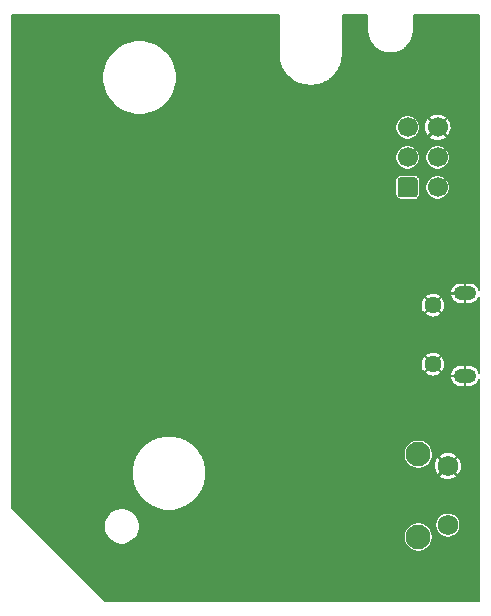
<source format=gbl>
G04 #@! TF.GenerationSoftware,KiCad,Pcbnew,(5.1.9)-1*
G04 #@! TF.CreationDate,2021-05-17T03:23:03-07:00*
G04 #@! TF.ProjectId,wired-sculpt,77697265-642d-4736-9375-6c70742e6b69,rev?*
G04 #@! TF.SameCoordinates,Original*
G04 #@! TF.FileFunction,Copper,L2,Bot*
G04 #@! TF.FilePolarity,Positive*
%FSLAX46Y46*%
G04 Gerber Fmt 4.6, Leading zero omitted, Abs format (unit mm)*
G04 Created by KiCad (PCBNEW (5.1.9)-1) date 2021-05-17 03:23:03*
%MOMM*%
%LPD*%
G01*
G04 APERTURE LIST*
G04 #@! TA.AperFunction,ComponentPad*
%ADD10C,2.100000*%
G04 #@! TD*
G04 #@! TA.AperFunction,ComponentPad*
%ADD11C,1.750000*%
G04 #@! TD*
G04 #@! TA.AperFunction,ComponentPad*
%ADD12C,1.700000*%
G04 #@! TD*
G04 #@! TA.AperFunction,ComponentPad*
%ADD13C,1.450000*%
G04 #@! TD*
G04 #@! TA.AperFunction,ComponentPad*
%ADD14O,1.900000X1.200000*%
G04 #@! TD*
G04 #@! TA.AperFunction,ViaPad*
%ADD15C,0.600000*%
G04 #@! TD*
G04 #@! TA.AperFunction,Conductor*
%ADD16C,0.127000*%
G04 #@! TD*
G04 #@! TA.AperFunction,Conductor*
%ADD17C,0.100000*%
G04 #@! TD*
G04 APERTURE END LIST*
D10*
G04 #@! TO.P,SW1,*
G04 #@! TO.N,*
X154600000Y-67400000D03*
D11*
G04 #@! TO.P,SW1,1*
G04 #@! TO.N,GND*
X157100000Y-68400000D03*
G04 #@! TO.P,SW1,2*
G04 #@! TO.N,RST*
X157100000Y-73400000D03*
D10*
G04 #@! TO.P,SW1,*
G04 #@! TO.N,*
X154600000Y-74400000D03*
G04 #@! TD*
D12*
G04 #@! TO.P,J2,6*
G04 #@! TO.N,GND*
X156240000Y-39720000D03*
G04 #@! TO.P,J2,4*
G04 #@! TO.N,MOSI*
X156240000Y-42260000D03*
G04 #@! TO.P,J2,2*
G04 #@! TO.N,VBUS*
X156240000Y-44800000D03*
G04 #@! TO.P,J2,5*
G04 #@! TO.N,RST*
X153700000Y-39720000D03*
G04 #@! TO.P,J2,3*
G04 #@! TO.N,SCK*
X153700000Y-42260000D03*
G04 #@! TO.P,J2,1*
G04 #@! TO.N,MISO*
G04 #@! TA.AperFunction,ComponentPad*
G36*
G01*
X152850000Y-45400000D02*
X152850000Y-44200000D01*
G75*
G02*
X153100000Y-43950000I250000J0D01*
G01*
X154300000Y-43950000D01*
G75*
G02*
X154550000Y-44200000I0J-250000D01*
G01*
X154550000Y-45400000D01*
G75*
G02*
X154300000Y-45650000I-250000J0D01*
G01*
X153100000Y-45650000D01*
G75*
G02*
X152850000Y-45400000I0J250000D01*
G01*
G37*
G04 #@! TD.AperFunction*
G04 #@! TD*
D13*
G04 #@! TO.P,J1,6*
G04 #@! TO.N,GND*
X155837500Y-59775000D03*
X155837500Y-54775000D03*
D14*
X158537500Y-60775000D03*
X158537500Y-53775000D03*
G04 #@! TD*
D15*
G04 #@! TO.N,GND*
X126700000Y-39000000D03*
X146200000Y-66500000D03*
X149800000Y-53300000D03*
X149800000Y-61900000D03*
X152900000Y-62800000D03*
X130200000Y-56400000D03*
X138600000Y-43700000D03*
X143700000Y-42200000D03*
X150000000Y-46850000D03*
X152900000Y-55600000D03*
X146050000Y-42450000D03*
X146750000Y-56400000D03*
X142200000Y-47850006D03*
X137400000Y-60950000D03*
X145400000Y-60950000D03*
X136600000Y-66350000D03*
G04 #@! TD*
D16*
G04 #@! TO.N,GND*
X142784501Y-33510579D02*
X142784574Y-33511316D01*
X142784749Y-33536412D01*
X142785772Y-33546144D01*
X142785772Y-33555934D01*
X142786087Y-33558926D01*
X142840474Y-34043801D01*
X142844539Y-34062925D01*
X142848329Y-34082065D01*
X142849218Y-34084940D01*
X142996749Y-34550016D01*
X143004448Y-34567978D01*
X143011887Y-34586026D01*
X143013318Y-34588673D01*
X143248372Y-35016235D01*
X143259421Y-35032373D01*
X143270216Y-35048620D01*
X143272128Y-35050932D01*
X143272133Y-35050939D01*
X143272139Y-35050944D01*
X143585760Y-35424703D01*
X143599724Y-35438378D01*
X143613477Y-35452227D01*
X143615803Y-35454124D01*
X143615809Y-35454130D01*
X143615816Y-35454134D01*
X143996059Y-35759858D01*
X144012386Y-35770542D01*
X144028595Y-35781475D01*
X144031252Y-35782888D01*
X144463644Y-36008937D01*
X144481734Y-36016246D01*
X144499759Y-36023823D01*
X144502630Y-36024689D01*
X144502640Y-36024693D01*
X144502650Y-36024695D01*
X144970702Y-36162450D01*
X144989881Y-36166109D01*
X145009021Y-36170037D01*
X145012016Y-36170331D01*
X145497922Y-36214552D01*
X145517453Y-36214416D01*
X145536984Y-36214552D01*
X145539968Y-36214259D01*
X145539979Y-36214259D01*
X145539989Y-36214257D01*
X146025221Y-36163257D01*
X146044375Y-36159326D01*
X146063539Y-36155670D01*
X146066418Y-36154802D01*
X146066424Y-36154800D01*
X146532514Y-36010521D01*
X146550527Y-36002949D01*
X146568629Y-35995635D01*
X146571286Y-35994222D01*
X147000479Y-35762158D01*
X147016661Y-35751243D01*
X147033015Y-35740542D01*
X147035347Y-35738640D01*
X147411292Y-35427631D01*
X147425042Y-35413785D01*
X147439010Y-35400107D01*
X147440928Y-35397788D01*
X147749304Y-35019681D01*
X147760109Y-35003418D01*
X147771147Y-34987297D01*
X147772577Y-34984653D01*
X147772581Y-34984645D01*
X148001640Y-34553847D01*
X148009079Y-34535799D01*
X148016778Y-34517837D01*
X148017664Y-34514972D01*
X148017668Y-34514962D01*
X148017670Y-34514952D01*
X148158690Y-34047873D01*
X148162482Y-34028725D01*
X148166545Y-34009608D01*
X148166860Y-34006615D01*
X148214472Y-33521029D01*
X148214472Y-33521016D01*
X148215500Y-33510579D01*
X148215500Y-30215500D01*
X150284501Y-30215500D01*
X150284500Y-31510578D01*
X150284574Y-31511326D01*
X150284676Y-31525943D01*
X150285699Y-31535675D01*
X150285699Y-31545463D01*
X150286014Y-31548456D01*
X150324085Y-31887866D01*
X150328148Y-31906983D01*
X150331940Y-31926131D01*
X150332829Y-31929005D01*
X150436100Y-32254558D01*
X150443793Y-32272507D01*
X150451238Y-32290569D01*
X150452669Y-32293216D01*
X150617207Y-32592510D01*
X150628250Y-32608639D01*
X150639050Y-32624894D01*
X150640968Y-32627213D01*
X150860506Y-32888848D01*
X150874490Y-32902542D01*
X150888224Y-32916372D01*
X150890550Y-32918269D01*
X150890556Y-32918275D01*
X150890563Y-32918279D01*
X151156730Y-33132285D01*
X151173091Y-33142991D01*
X151189267Y-33153902D01*
X151191919Y-33155312D01*
X151191923Y-33155315D01*
X151191927Y-33155317D01*
X151494598Y-33313549D01*
X151512750Y-33320883D01*
X151530713Y-33328434D01*
X151533584Y-33329301D01*
X151533594Y-33329305D01*
X151533604Y-33329307D01*
X151861239Y-33425735D01*
X151880373Y-33429385D01*
X151899557Y-33433323D01*
X151902552Y-33433616D01*
X152242686Y-33464570D01*
X152262217Y-33464434D01*
X152281748Y-33464570D01*
X152284742Y-33464277D01*
X152284746Y-33464277D01*
X152624412Y-33428577D01*
X152643596Y-33424639D01*
X152662730Y-33420989D01*
X152665611Y-33420120D01*
X152991877Y-33319124D01*
X153009890Y-33311552D01*
X153027992Y-33304238D01*
X153030649Y-33302825D01*
X153331085Y-33140380D01*
X153347279Y-33129458D01*
X153363621Y-33118763D01*
X153365953Y-33116862D01*
X153629114Y-32899156D01*
X153642867Y-32885306D01*
X153656832Y-32871631D01*
X153658750Y-32869312D01*
X153874613Y-32604637D01*
X153885428Y-32588359D01*
X153896456Y-32572253D01*
X153897883Y-32569614D01*
X153897888Y-32569606D01*
X153897891Y-32569598D01*
X154058231Y-32268045D01*
X154065669Y-32249999D01*
X154073369Y-32232034D01*
X154074258Y-32229159D01*
X154172974Y-31902196D01*
X154176767Y-31883041D01*
X154180829Y-31863931D01*
X154181144Y-31860939D01*
X154214472Y-31521029D01*
X154214472Y-31521016D01*
X154215500Y-31510579D01*
X154215500Y-30215500D01*
X159759500Y-30215500D01*
X159759500Y-53503339D01*
X159739560Y-53434511D01*
X159656762Y-53274825D01*
X159544402Y-53134360D01*
X159406797Y-53018515D01*
X159249236Y-52931741D01*
X159077774Y-52877373D01*
X158899000Y-52857500D01*
X158549000Y-52857500D01*
X158549000Y-53763500D01*
X158569000Y-53763500D01*
X158569000Y-53786500D01*
X158549000Y-53786500D01*
X158549000Y-54692500D01*
X158899000Y-54692500D01*
X159077774Y-54672627D01*
X159249236Y-54618259D01*
X159406797Y-54531485D01*
X159544402Y-54415640D01*
X159656762Y-54275175D01*
X159739560Y-54115489D01*
X159759500Y-54046661D01*
X159759501Y-60503340D01*
X159739560Y-60434511D01*
X159656762Y-60274825D01*
X159544402Y-60134360D01*
X159406797Y-60018515D01*
X159249236Y-59931741D01*
X159077774Y-59877373D01*
X158899000Y-59857500D01*
X158549000Y-59857500D01*
X158549000Y-60763500D01*
X158569000Y-60763500D01*
X158569000Y-60786500D01*
X158549000Y-60786500D01*
X158549000Y-61692500D01*
X158899000Y-61692500D01*
X159077774Y-61672627D01*
X159249236Y-61618259D01*
X159406797Y-61531485D01*
X159544402Y-61415640D01*
X159656762Y-61275175D01*
X159739560Y-61115489D01*
X159759501Y-61046660D01*
X159759501Y-79784500D01*
X128089263Y-79784500D01*
X121653037Y-73348274D01*
X127959500Y-73348274D01*
X127959500Y-73651726D01*
X128018700Y-73949347D01*
X128134826Y-74229700D01*
X128303415Y-74482012D01*
X128517988Y-74696585D01*
X128770300Y-74865174D01*
X129050653Y-74981300D01*
X129348274Y-75040500D01*
X129651726Y-75040500D01*
X129949347Y-74981300D01*
X130229700Y-74865174D01*
X130482012Y-74696585D01*
X130696585Y-74482012D01*
X130833020Y-74277821D01*
X153359500Y-74277821D01*
X153359500Y-74522179D01*
X153407172Y-74761840D01*
X153500683Y-74987597D01*
X153636441Y-75190772D01*
X153809228Y-75363559D01*
X154012403Y-75499317D01*
X154238160Y-75592828D01*
X154477821Y-75640500D01*
X154722179Y-75640500D01*
X154961840Y-75592828D01*
X155187597Y-75499317D01*
X155390772Y-75363559D01*
X155563559Y-75190772D01*
X155699317Y-74987597D01*
X155792828Y-74761840D01*
X155840500Y-74522179D01*
X155840500Y-74277821D01*
X155792828Y-74038160D01*
X155699317Y-73812403D01*
X155563559Y-73609228D01*
X155390772Y-73436441D01*
X155187597Y-73300683D01*
X155174015Y-73295057D01*
X156034500Y-73295057D01*
X156034500Y-73504943D01*
X156075447Y-73710795D01*
X156155767Y-73904703D01*
X156272372Y-74079216D01*
X156420784Y-74227628D01*
X156595297Y-74344233D01*
X156789205Y-74424553D01*
X156995057Y-74465500D01*
X157204943Y-74465500D01*
X157410795Y-74424553D01*
X157604703Y-74344233D01*
X157779216Y-74227628D01*
X157927628Y-74079216D01*
X158044233Y-73904703D01*
X158124553Y-73710795D01*
X158165500Y-73504943D01*
X158165500Y-73295057D01*
X158124553Y-73089205D01*
X158044233Y-72895297D01*
X157927628Y-72720784D01*
X157779216Y-72572372D01*
X157604703Y-72455767D01*
X157410795Y-72375447D01*
X157204943Y-72334500D01*
X156995057Y-72334500D01*
X156789205Y-72375447D01*
X156595297Y-72455767D01*
X156420784Y-72572372D01*
X156272372Y-72720784D01*
X156155767Y-72895297D01*
X156075447Y-73089205D01*
X156034500Y-73295057D01*
X155174015Y-73295057D01*
X154961840Y-73207172D01*
X154722179Y-73159500D01*
X154477821Y-73159500D01*
X154238160Y-73207172D01*
X154012403Y-73300683D01*
X153809228Y-73436441D01*
X153636441Y-73609228D01*
X153500683Y-73812403D01*
X153407172Y-74038160D01*
X153359500Y-74277821D01*
X130833020Y-74277821D01*
X130865174Y-74229700D01*
X130981300Y-73949347D01*
X131040500Y-73651726D01*
X131040500Y-73348274D01*
X130981300Y-73050653D01*
X130865174Y-72770300D01*
X130696585Y-72517988D01*
X130482012Y-72303415D01*
X130229700Y-72134826D01*
X129949347Y-72018700D01*
X129651726Y-71959500D01*
X129348274Y-71959500D01*
X129050653Y-72018700D01*
X128770300Y-72134826D01*
X128517988Y-72303415D01*
X128303415Y-72517988D01*
X128134826Y-72770300D01*
X128018700Y-73050653D01*
X127959500Y-73348274D01*
X121653037Y-73348274D01*
X120240500Y-71935738D01*
X120240500Y-68688422D01*
X130336500Y-68688422D01*
X130336500Y-69311578D01*
X130458071Y-69922759D01*
X130696543Y-70498479D01*
X131042749Y-71016614D01*
X131483386Y-71457251D01*
X132001521Y-71803457D01*
X132577241Y-72041929D01*
X133188422Y-72163500D01*
X133811578Y-72163500D01*
X134422759Y-72041929D01*
X134998479Y-71803457D01*
X135516614Y-71457251D01*
X135957251Y-71016614D01*
X136303457Y-70498479D01*
X136541929Y-69922759D01*
X136663500Y-69311578D01*
X136663500Y-69199268D01*
X156316995Y-69199268D01*
X156405011Y-69376136D01*
X156608799Y-69492966D01*
X156831464Y-69567793D01*
X157064449Y-69597743D01*
X157298800Y-69581665D01*
X157525512Y-69520175D01*
X157735871Y-69415639D01*
X157794989Y-69376136D01*
X157883005Y-69199268D01*
X157100000Y-68416263D01*
X156316995Y-69199268D01*
X136663500Y-69199268D01*
X136663500Y-68688422D01*
X136541929Y-68077241D01*
X136303457Y-67501521D01*
X136153986Y-67277821D01*
X153359500Y-67277821D01*
X153359500Y-67522179D01*
X153407172Y-67761840D01*
X153500683Y-67987597D01*
X153636441Y-68190772D01*
X153809228Y-68363559D01*
X154012403Y-68499317D01*
X154238160Y-68592828D01*
X154477821Y-68640500D01*
X154722179Y-68640500D01*
X154961840Y-68592828D01*
X155187597Y-68499317D01*
X155389440Y-68364449D01*
X155902257Y-68364449D01*
X155918335Y-68598800D01*
X155979825Y-68825512D01*
X156084361Y-69035871D01*
X156123864Y-69094989D01*
X156300732Y-69183005D01*
X157083737Y-68400000D01*
X157116263Y-68400000D01*
X157899268Y-69183005D01*
X158076136Y-69094989D01*
X158192966Y-68891201D01*
X158267793Y-68668536D01*
X158297743Y-68435551D01*
X158281665Y-68201200D01*
X158220175Y-67974488D01*
X158115639Y-67764129D01*
X158076136Y-67705011D01*
X157899268Y-67616995D01*
X157116263Y-68400000D01*
X157083737Y-68400000D01*
X156300732Y-67616995D01*
X156123864Y-67705011D01*
X156007034Y-67908799D01*
X155932207Y-68131464D01*
X155902257Y-68364449D01*
X155389440Y-68364449D01*
X155390772Y-68363559D01*
X155563559Y-68190772D01*
X155699317Y-67987597D01*
X155792828Y-67761840D01*
X155824874Y-67600732D01*
X156316995Y-67600732D01*
X157100000Y-68383737D01*
X157883005Y-67600732D01*
X157794989Y-67423864D01*
X157591201Y-67307034D01*
X157368536Y-67232207D01*
X157135551Y-67202257D01*
X156901200Y-67218335D01*
X156674488Y-67279825D01*
X156464129Y-67384361D01*
X156405011Y-67423864D01*
X156316995Y-67600732D01*
X155824874Y-67600732D01*
X155840500Y-67522179D01*
X155840500Y-67277821D01*
X155792828Y-67038160D01*
X155699317Y-66812403D01*
X155563559Y-66609228D01*
X155390772Y-66436441D01*
X155187597Y-66300683D01*
X154961840Y-66207172D01*
X154722179Y-66159500D01*
X154477821Y-66159500D01*
X154238160Y-66207172D01*
X154012403Y-66300683D01*
X153809228Y-66436441D01*
X153636441Y-66609228D01*
X153500683Y-66812403D01*
X153407172Y-67038160D01*
X153359500Y-67277821D01*
X136153986Y-67277821D01*
X135957251Y-66983386D01*
X135516614Y-66542749D01*
X134998479Y-66196543D01*
X134422759Y-65958071D01*
X133811578Y-65836500D01*
X133188422Y-65836500D01*
X132577241Y-65958071D01*
X132001521Y-66196543D01*
X131483386Y-66542749D01*
X131042749Y-66983386D01*
X130696543Y-67501521D01*
X130458071Y-68077241D01*
X130336500Y-68688422D01*
X120240500Y-68688422D01*
X120240500Y-60929876D01*
X157283166Y-60929876D01*
X157285386Y-60942718D01*
X157335440Y-61115489D01*
X157418238Y-61275175D01*
X157530598Y-61415640D01*
X157668203Y-61531485D01*
X157825764Y-61618259D01*
X157997226Y-61672627D01*
X158176000Y-61692500D01*
X158526000Y-61692500D01*
X158526000Y-60786500D01*
X157349454Y-60786500D01*
X157283166Y-60929876D01*
X120240500Y-60929876D01*
X120240500Y-60467683D01*
X155161081Y-60467683D01*
X155231110Y-60629190D01*
X155409406Y-60731078D01*
X155604153Y-60796223D01*
X155807868Y-60822125D01*
X156012722Y-60807785D01*
X156210842Y-60753757D01*
X156394614Y-60662115D01*
X156443890Y-60629190D01*
X156447820Y-60620124D01*
X157283166Y-60620124D01*
X157349454Y-60763500D01*
X158526000Y-60763500D01*
X158526000Y-59857500D01*
X158176000Y-59857500D01*
X157997226Y-59877373D01*
X157825764Y-59931741D01*
X157668203Y-60018515D01*
X157530598Y-60134360D01*
X157418238Y-60274825D01*
X157335440Y-60434511D01*
X157285386Y-60607282D01*
X157283166Y-60620124D01*
X156447820Y-60620124D01*
X156513919Y-60467683D01*
X155837500Y-59791263D01*
X155161081Y-60467683D01*
X120240500Y-60467683D01*
X120240500Y-59745368D01*
X154790375Y-59745368D01*
X154804715Y-59950222D01*
X154858743Y-60148342D01*
X154950385Y-60332114D01*
X154983310Y-60381390D01*
X155144817Y-60451419D01*
X155821237Y-59775000D01*
X155853763Y-59775000D01*
X156530183Y-60451419D01*
X156691690Y-60381390D01*
X156793578Y-60203094D01*
X156858723Y-60008347D01*
X156884625Y-59804632D01*
X156870285Y-59599778D01*
X156816257Y-59401658D01*
X156724615Y-59217886D01*
X156691690Y-59168610D01*
X156530183Y-59098581D01*
X155853763Y-59775000D01*
X155821237Y-59775000D01*
X155144817Y-59098581D01*
X154983310Y-59168610D01*
X154881422Y-59346906D01*
X154816277Y-59541653D01*
X154790375Y-59745368D01*
X120240500Y-59745368D01*
X120240500Y-59082317D01*
X155161081Y-59082317D01*
X155837500Y-59758737D01*
X156513919Y-59082317D01*
X156443890Y-58920810D01*
X156265594Y-58818922D01*
X156070847Y-58753777D01*
X155867132Y-58727875D01*
X155662278Y-58742215D01*
X155464158Y-58796243D01*
X155280386Y-58887885D01*
X155231110Y-58920810D01*
X155161081Y-59082317D01*
X120240500Y-59082317D01*
X120240500Y-55467683D01*
X155161081Y-55467683D01*
X155231110Y-55629190D01*
X155409406Y-55731078D01*
X155604153Y-55796223D01*
X155807868Y-55822125D01*
X156012722Y-55807785D01*
X156210842Y-55753757D01*
X156394614Y-55662115D01*
X156443890Y-55629190D01*
X156513919Y-55467683D01*
X155837500Y-54791263D01*
X155161081Y-55467683D01*
X120240500Y-55467683D01*
X120240500Y-54745368D01*
X154790375Y-54745368D01*
X154804715Y-54950222D01*
X154858743Y-55148342D01*
X154950385Y-55332114D01*
X154983310Y-55381390D01*
X155144817Y-55451419D01*
X155821237Y-54775000D01*
X155853763Y-54775000D01*
X156530183Y-55451419D01*
X156691690Y-55381390D01*
X156793578Y-55203094D01*
X156858723Y-55008347D01*
X156884625Y-54804632D01*
X156870285Y-54599778D01*
X156816257Y-54401658D01*
X156724615Y-54217886D01*
X156691690Y-54168610D01*
X156530183Y-54098581D01*
X155853763Y-54775000D01*
X155821237Y-54775000D01*
X155144817Y-54098581D01*
X154983310Y-54168610D01*
X154881422Y-54346906D01*
X154816277Y-54541653D01*
X154790375Y-54745368D01*
X120240500Y-54745368D01*
X120240500Y-54082317D01*
X155161081Y-54082317D01*
X155837500Y-54758737D01*
X156513919Y-54082317D01*
X156447821Y-53929876D01*
X157283166Y-53929876D01*
X157285386Y-53942718D01*
X157335440Y-54115489D01*
X157418238Y-54275175D01*
X157530598Y-54415640D01*
X157668203Y-54531485D01*
X157825764Y-54618259D01*
X157997226Y-54672627D01*
X158176000Y-54692500D01*
X158526000Y-54692500D01*
X158526000Y-53786500D01*
X157349454Y-53786500D01*
X157283166Y-53929876D01*
X156447821Y-53929876D01*
X156443890Y-53920810D01*
X156265594Y-53818922D01*
X156070847Y-53753777D01*
X155867132Y-53727875D01*
X155662278Y-53742215D01*
X155464158Y-53796243D01*
X155280386Y-53887885D01*
X155231110Y-53920810D01*
X155161081Y-54082317D01*
X120240500Y-54082317D01*
X120240500Y-53620124D01*
X157283166Y-53620124D01*
X157349454Y-53763500D01*
X158526000Y-53763500D01*
X158526000Y-52857500D01*
X158176000Y-52857500D01*
X157997226Y-52877373D01*
X157825764Y-52931741D01*
X157668203Y-53018515D01*
X157530598Y-53134360D01*
X157418238Y-53274825D01*
X157335440Y-53434511D01*
X157285386Y-53607282D01*
X157283166Y-53620124D01*
X120240500Y-53620124D01*
X120240500Y-44200000D01*
X152658579Y-44200000D01*
X152658579Y-45400000D01*
X152667061Y-45486117D01*
X152692180Y-45568925D01*
X152732972Y-45645240D01*
X152787868Y-45712132D01*
X152854760Y-45767028D01*
X152931075Y-45807820D01*
X153013883Y-45832939D01*
X153100000Y-45841421D01*
X154300000Y-45841421D01*
X154386117Y-45832939D01*
X154468925Y-45807820D01*
X154545240Y-45767028D01*
X154612132Y-45712132D01*
X154667028Y-45645240D01*
X154707820Y-45568925D01*
X154732939Y-45486117D01*
X154741421Y-45400000D01*
X154741421Y-44697520D01*
X155199500Y-44697520D01*
X155199500Y-44902480D01*
X155239485Y-45103503D01*
X155317920Y-45292862D01*
X155431791Y-45463280D01*
X155576720Y-45608209D01*
X155747138Y-45722080D01*
X155936497Y-45800515D01*
X156137520Y-45840500D01*
X156342480Y-45840500D01*
X156543503Y-45800515D01*
X156732862Y-45722080D01*
X156903280Y-45608209D01*
X157048209Y-45463280D01*
X157162080Y-45292862D01*
X157240515Y-45103503D01*
X157280500Y-44902480D01*
X157280500Y-44697520D01*
X157240515Y-44496497D01*
X157162080Y-44307138D01*
X157048209Y-44136720D01*
X156903280Y-43991791D01*
X156732862Y-43877920D01*
X156543503Y-43799485D01*
X156342480Y-43759500D01*
X156137520Y-43759500D01*
X155936497Y-43799485D01*
X155747138Y-43877920D01*
X155576720Y-43991791D01*
X155431791Y-44136720D01*
X155317920Y-44307138D01*
X155239485Y-44496497D01*
X155199500Y-44697520D01*
X154741421Y-44697520D01*
X154741421Y-44200000D01*
X154732939Y-44113883D01*
X154707820Y-44031075D01*
X154667028Y-43954760D01*
X154612132Y-43887868D01*
X154545240Y-43832972D01*
X154468925Y-43792180D01*
X154386117Y-43767061D01*
X154300000Y-43758579D01*
X153100000Y-43758579D01*
X153013883Y-43767061D01*
X152931075Y-43792180D01*
X152854760Y-43832972D01*
X152787868Y-43887868D01*
X152732972Y-43954760D01*
X152692180Y-44031075D01*
X152667061Y-44113883D01*
X152658579Y-44200000D01*
X120240500Y-44200000D01*
X120240500Y-42157520D01*
X152659500Y-42157520D01*
X152659500Y-42362480D01*
X152699485Y-42563503D01*
X152777920Y-42752862D01*
X152891791Y-42923280D01*
X153036720Y-43068209D01*
X153207138Y-43182080D01*
X153396497Y-43260515D01*
X153597520Y-43300500D01*
X153802480Y-43300500D01*
X154003503Y-43260515D01*
X154192862Y-43182080D01*
X154363280Y-43068209D01*
X154508209Y-42923280D01*
X154622080Y-42752862D01*
X154700515Y-42563503D01*
X154740500Y-42362480D01*
X154740500Y-42157520D01*
X155199500Y-42157520D01*
X155199500Y-42362480D01*
X155239485Y-42563503D01*
X155317920Y-42752862D01*
X155431791Y-42923280D01*
X155576720Y-43068209D01*
X155747138Y-43182080D01*
X155936497Y-43260515D01*
X156137520Y-43300500D01*
X156342480Y-43300500D01*
X156543503Y-43260515D01*
X156732862Y-43182080D01*
X156903280Y-43068209D01*
X157048209Y-42923280D01*
X157162080Y-42752862D01*
X157240515Y-42563503D01*
X157280500Y-42362480D01*
X157280500Y-42157520D01*
X157240515Y-41956497D01*
X157162080Y-41767138D01*
X157048209Y-41596720D01*
X156903280Y-41451791D01*
X156732862Y-41337920D01*
X156543503Y-41259485D01*
X156342480Y-41219500D01*
X156137520Y-41219500D01*
X155936497Y-41259485D01*
X155747138Y-41337920D01*
X155576720Y-41451791D01*
X155431791Y-41596720D01*
X155317920Y-41767138D01*
X155239485Y-41956497D01*
X155199500Y-42157520D01*
X154740500Y-42157520D01*
X154700515Y-41956497D01*
X154622080Y-41767138D01*
X154508209Y-41596720D01*
X154363280Y-41451791D01*
X154192862Y-41337920D01*
X154003503Y-41259485D01*
X153802480Y-41219500D01*
X153597520Y-41219500D01*
X153396497Y-41259485D01*
X153207138Y-41337920D01*
X153036720Y-41451791D01*
X152891791Y-41596720D01*
X152777920Y-41767138D01*
X152699485Y-41956497D01*
X152659500Y-42157520D01*
X120240500Y-42157520D01*
X120240500Y-39617520D01*
X152659500Y-39617520D01*
X152659500Y-39822480D01*
X152699485Y-40023503D01*
X152777920Y-40212862D01*
X152891791Y-40383280D01*
X153036720Y-40528209D01*
X153207138Y-40642080D01*
X153396497Y-40720515D01*
X153597520Y-40760500D01*
X153802480Y-40760500D01*
X154003503Y-40720515D01*
X154192862Y-40642080D01*
X154363280Y-40528209D01*
X154389985Y-40501504D01*
X155474759Y-40501504D01*
X155559777Y-40675812D01*
X155759317Y-40790151D01*
X155977330Y-40863365D01*
X156205436Y-40892640D01*
X156434871Y-40876851D01*
X156656817Y-40816605D01*
X156862745Y-40714218D01*
X156920223Y-40675812D01*
X157005241Y-40501504D01*
X156240000Y-39736263D01*
X155474759Y-40501504D01*
X154389985Y-40501504D01*
X154508209Y-40383280D01*
X154622080Y-40212862D01*
X154700515Y-40023503D01*
X154740500Y-39822480D01*
X154740500Y-39685436D01*
X155067360Y-39685436D01*
X155083149Y-39914871D01*
X155143395Y-40136817D01*
X155245782Y-40342745D01*
X155284188Y-40400223D01*
X155458496Y-40485241D01*
X156223737Y-39720000D01*
X156256263Y-39720000D01*
X157021504Y-40485241D01*
X157195812Y-40400223D01*
X157310151Y-40200683D01*
X157383365Y-39982670D01*
X157412640Y-39754564D01*
X157396851Y-39525129D01*
X157336605Y-39303183D01*
X157234218Y-39097255D01*
X157195812Y-39039777D01*
X157021504Y-38954759D01*
X156256263Y-39720000D01*
X156223737Y-39720000D01*
X155458496Y-38954759D01*
X155284188Y-39039777D01*
X155169849Y-39239317D01*
X155096635Y-39457330D01*
X155067360Y-39685436D01*
X154740500Y-39685436D01*
X154740500Y-39617520D01*
X154700515Y-39416497D01*
X154622080Y-39227138D01*
X154508209Y-39056720D01*
X154389985Y-38938496D01*
X155474759Y-38938496D01*
X156240000Y-39703737D01*
X157005241Y-38938496D01*
X156920223Y-38764188D01*
X156720683Y-38649849D01*
X156502670Y-38576635D01*
X156274564Y-38547360D01*
X156045129Y-38563149D01*
X155823183Y-38623395D01*
X155617255Y-38725782D01*
X155559777Y-38764188D01*
X155474759Y-38938496D01*
X154389985Y-38938496D01*
X154363280Y-38911791D01*
X154192862Y-38797920D01*
X154003503Y-38719485D01*
X153802480Y-38679500D01*
X153597520Y-38679500D01*
X153396497Y-38719485D01*
X153207138Y-38797920D01*
X153036720Y-38911791D01*
X152891791Y-39056720D01*
X152777920Y-39227138D01*
X152699485Y-39416497D01*
X152659500Y-39617520D01*
X120240500Y-39617520D01*
X120240500Y-35188422D01*
X127836500Y-35188422D01*
X127836500Y-35811578D01*
X127958071Y-36422759D01*
X128196543Y-36998479D01*
X128542749Y-37516614D01*
X128983386Y-37957251D01*
X129501521Y-38303457D01*
X130077241Y-38541929D01*
X130688422Y-38663500D01*
X131311578Y-38663500D01*
X131922759Y-38541929D01*
X132498479Y-38303457D01*
X133016614Y-37957251D01*
X133457251Y-37516614D01*
X133803457Y-36998479D01*
X134041929Y-36422759D01*
X134163500Y-35811578D01*
X134163500Y-35188422D01*
X134041929Y-34577241D01*
X133803457Y-34001521D01*
X133457251Y-33483386D01*
X133016614Y-33042749D01*
X132498479Y-32696543D01*
X131922759Y-32458071D01*
X131311578Y-32336500D01*
X130688422Y-32336500D01*
X130077241Y-32458071D01*
X129501521Y-32696543D01*
X128983386Y-33042749D01*
X128542749Y-33483386D01*
X128196543Y-34001521D01*
X127958071Y-34577241D01*
X127836500Y-35188422D01*
X120240500Y-35188422D01*
X120240500Y-30215500D01*
X142784500Y-30215500D01*
X142784501Y-33510579D01*
G04 #@! TA.AperFunction,Conductor*
D17*
G36*
X142784501Y-33510579D02*
G01*
X142784574Y-33511316D01*
X142784749Y-33536412D01*
X142785772Y-33546144D01*
X142785772Y-33555934D01*
X142786087Y-33558926D01*
X142840474Y-34043801D01*
X142844539Y-34062925D01*
X142848329Y-34082065D01*
X142849218Y-34084940D01*
X142996749Y-34550016D01*
X143004448Y-34567978D01*
X143011887Y-34586026D01*
X143013318Y-34588673D01*
X143248372Y-35016235D01*
X143259421Y-35032373D01*
X143270216Y-35048620D01*
X143272128Y-35050932D01*
X143272133Y-35050939D01*
X143272139Y-35050944D01*
X143585760Y-35424703D01*
X143599724Y-35438378D01*
X143613477Y-35452227D01*
X143615803Y-35454124D01*
X143615809Y-35454130D01*
X143615816Y-35454134D01*
X143996059Y-35759858D01*
X144012386Y-35770542D01*
X144028595Y-35781475D01*
X144031252Y-35782888D01*
X144463644Y-36008937D01*
X144481734Y-36016246D01*
X144499759Y-36023823D01*
X144502630Y-36024689D01*
X144502640Y-36024693D01*
X144502650Y-36024695D01*
X144970702Y-36162450D01*
X144989881Y-36166109D01*
X145009021Y-36170037D01*
X145012016Y-36170331D01*
X145497922Y-36214552D01*
X145517453Y-36214416D01*
X145536984Y-36214552D01*
X145539968Y-36214259D01*
X145539979Y-36214259D01*
X145539989Y-36214257D01*
X146025221Y-36163257D01*
X146044375Y-36159326D01*
X146063539Y-36155670D01*
X146066418Y-36154802D01*
X146066424Y-36154800D01*
X146532514Y-36010521D01*
X146550527Y-36002949D01*
X146568629Y-35995635D01*
X146571286Y-35994222D01*
X147000479Y-35762158D01*
X147016661Y-35751243D01*
X147033015Y-35740542D01*
X147035347Y-35738640D01*
X147411292Y-35427631D01*
X147425042Y-35413785D01*
X147439010Y-35400107D01*
X147440928Y-35397788D01*
X147749304Y-35019681D01*
X147760109Y-35003418D01*
X147771147Y-34987297D01*
X147772577Y-34984653D01*
X147772581Y-34984645D01*
X148001640Y-34553847D01*
X148009079Y-34535799D01*
X148016778Y-34517837D01*
X148017664Y-34514972D01*
X148017668Y-34514962D01*
X148017670Y-34514952D01*
X148158690Y-34047873D01*
X148162482Y-34028725D01*
X148166545Y-34009608D01*
X148166860Y-34006615D01*
X148214472Y-33521029D01*
X148214472Y-33521016D01*
X148215500Y-33510579D01*
X148215500Y-30215500D01*
X150284501Y-30215500D01*
X150284500Y-31510578D01*
X150284574Y-31511326D01*
X150284676Y-31525943D01*
X150285699Y-31535675D01*
X150285699Y-31545463D01*
X150286014Y-31548456D01*
X150324085Y-31887866D01*
X150328148Y-31906983D01*
X150331940Y-31926131D01*
X150332829Y-31929005D01*
X150436100Y-32254558D01*
X150443793Y-32272507D01*
X150451238Y-32290569D01*
X150452669Y-32293216D01*
X150617207Y-32592510D01*
X150628250Y-32608639D01*
X150639050Y-32624894D01*
X150640968Y-32627213D01*
X150860506Y-32888848D01*
X150874490Y-32902542D01*
X150888224Y-32916372D01*
X150890550Y-32918269D01*
X150890556Y-32918275D01*
X150890563Y-32918279D01*
X151156730Y-33132285D01*
X151173091Y-33142991D01*
X151189267Y-33153902D01*
X151191919Y-33155312D01*
X151191923Y-33155315D01*
X151191927Y-33155317D01*
X151494598Y-33313549D01*
X151512750Y-33320883D01*
X151530713Y-33328434D01*
X151533584Y-33329301D01*
X151533594Y-33329305D01*
X151533604Y-33329307D01*
X151861239Y-33425735D01*
X151880373Y-33429385D01*
X151899557Y-33433323D01*
X151902552Y-33433616D01*
X152242686Y-33464570D01*
X152262217Y-33464434D01*
X152281748Y-33464570D01*
X152284742Y-33464277D01*
X152284746Y-33464277D01*
X152624412Y-33428577D01*
X152643596Y-33424639D01*
X152662730Y-33420989D01*
X152665611Y-33420120D01*
X152991877Y-33319124D01*
X153009890Y-33311552D01*
X153027992Y-33304238D01*
X153030649Y-33302825D01*
X153331085Y-33140380D01*
X153347279Y-33129458D01*
X153363621Y-33118763D01*
X153365953Y-33116862D01*
X153629114Y-32899156D01*
X153642867Y-32885306D01*
X153656832Y-32871631D01*
X153658750Y-32869312D01*
X153874613Y-32604637D01*
X153885428Y-32588359D01*
X153896456Y-32572253D01*
X153897883Y-32569614D01*
X153897888Y-32569606D01*
X153897891Y-32569598D01*
X154058231Y-32268045D01*
X154065669Y-32249999D01*
X154073369Y-32232034D01*
X154074258Y-32229159D01*
X154172974Y-31902196D01*
X154176767Y-31883041D01*
X154180829Y-31863931D01*
X154181144Y-31860939D01*
X154214472Y-31521029D01*
X154214472Y-31521016D01*
X154215500Y-31510579D01*
X154215500Y-30215500D01*
X159759500Y-30215500D01*
X159759500Y-53503339D01*
X159739560Y-53434511D01*
X159656762Y-53274825D01*
X159544402Y-53134360D01*
X159406797Y-53018515D01*
X159249236Y-52931741D01*
X159077774Y-52877373D01*
X158899000Y-52857500D01*
X158549000Y-52857500D01*
X158549000Y-53763500D01*
X158569000Y-53763500D01*
X158569000Y-53786500D01*
X158549000Y-53786500D01*
X158549000Y-54692500D01*
X158899000Y-54692500D01*
X159077774Y-54672627D01*
X159249236Y-54618259D01*
X159406797Y-54531485D01*
X159544402Y-54415640D01*
X159656762Y-54275175D01*
X159739560Y-54115489D01*
X159759500Y-54046661D01*
X159759501Y-60503340D01*
X159739560Y-60434511D01*
X159656762Y-60274825D01*
X159544402Y-60134360D01*
X159406797Y-60018515D01*
X159249236Y-59931741D01*
X159077774Y-59877373D01*
X158899000Y-59857500D01*
X158549000Y-59857500D01*
X158549000Y-60763500D01*
X158569000Y-60763500D01*
X158569000Y-60786500D01*
X158549000Y-60786500D01*
X158549000Y-61692500D01*
X158899000Y-61692500D01*
X159077774Y-61672627D01*
X159249236Y-61618259D01*
X159406797Y-61531485D01*
X159544402Y-61415640D01*
X159656762Y-61275175D01*
X159739560Y-61115489D01*
X159759501Y-61046660D01*
X159759501Y-79784500D01*
X128089263Y-79784500D01*
X121653037Y-73348274D01*
X127959500Y-73348274D01*
X127959500Y-73651726D01*
X128018700Y-73949347D01*
X128134826Y-74229700D01*
X128303415Y-74482012D01*
X128517988Y-74696585D01*
X128770300Y-74865174D01*
X129050653Y-74981300D01*
X129348274Y-75040500D01*
X129651726Y-75040500D01*
X129949347Y-74981300D01*
X130229700Y-74865174D01*
X130482012Y-74696585D01*
X130696585Y-74482012D01*
X130833020Y-74277821D01*
X153359500Y-74277821D01*
X153359500Y-74522179D01*
X153407172Y-74761840D01*
X153500683Y-74987597D01*
X153636441Y-75190772D01*
X153809228Y-75363559D01*
X154012403Y-75499317D01*
X154238160Y-75592828D01*
X154477821Y-75640500D01*
X154722179Y-75640500D01*
X154961840Y-75592828D01*
X155187597Y-75499317D01*
X155390772Y-75363559D01*
X155563559Y-75190772D01*
X155699317Y-74987597D01*
X155792828Y-74761840D01*
X155840500Y-74522179D01*
X155840500Y-74277821D01*
X155792828Y-74038160D01*
X155699317Y-73812403D01*
X155563559Y-73609228D01*
X155390772Y-73436441D01*
X155187597Y-73300683D01*
X155174015Y-73295057D01*
X156034500Y-73295057D01*
X156034500Y-73504943D01*
X156075447Y-73710795D01*
X156155767Y-73904703D01*
X156272372Y-74079216D01*
X156420784Y-74227628D01*
X156595297Y-74344233D01*
X156789205Y-74424553D01*
X156995057Y-74465500D01*
X157204943Y-74465500D01*
X157410795Y-74424553D01*
X157604703Y-74344233D01*
X157779216Y-74227628D01*
X157927628Y-74079216D01*
X158044233Y-73904703D01*
X158124553Y-73710795D01*
X158165500Y-73504943D01*
X158165500Y-73295057D01*
X158124553Y-73089205D01*
X158044233Y-72895297D01*
X157927628Y-72720784D01*
X157779216Y-72572372D01*
X157604703Y-72455767D01*
X157410795Y-72375447D01*
X157204943Y-72334500D01*
X156995057Y-72334500D01*
X156789205Y-72375447D01*
X156595297Y-72455767D01*
X156420784Y-72572372D01*
X156272372Y-72720784D01*
X156155767Y-72895297D01*
X156075447Y-73089205D01*
X156034500Y-73295057D01*
X155174015Y-73295057D01*
X154961840Y-73207172D01*
X154722179Y-73159500D01*
X154477821Y-73159500D01*
X154238160Y-73207172D01*
X154012403Y-73300683D01*
X153809228Y-73436441D01*
X153636441Y-73609228D01*
X153500683Y-73812403D01*
X153407172Y-74038160D01*
X153359500Y-74277821D01*
X130833020Y-74277821D01*
X130865174Y-74229700D01*
X130981300Y-73949347D01*
X131040500Y-73651726D01*
X131040500Y-73348274D01*
X130981300Y-73050653D01*
X130865174Y-72770300D01*
X130696585Y-72517988D01*
X130482012Y-72303415D01*
X130229700Y-72134826D01*
X129949347Y-72018700D01*
X129651726Y-71959500D01*
X129348274Y-71959500D01*
X129050653Y-72018700D01*
X128770300Y-72134826D01*
X128517988Y-72303415D01*
X128303415Y-72517988D01*
X128134826Y-72770300D01*
X128018700Y-73050653D01*
X127959500Y-73348274D01*
X121653037Y-73348274D01*
X120240500Y-71935738D01*
X120240500Y-68688422D01*
X130336500Y-68688422D01*
X130336500Y-69311578D01*
X130458071Y-69922759D01*
X130696543Y-70498479D01*
X131042749Y-71016614D01*
X131483386Y-71457251D01*
X132001521Y-71803457D01*
X132577241Y-72041929D01*
X133188422Y-72163500D01*
X133811578Y-72163500D01*
X134422759Y-72041929D01*
X134998479Y-71803457D01*
X135516614Y-71457251D01*
X135957251Y-71016614D01*
X136303457Y-70498479D01*
X136541929Y-69922759D01*
X136663500Y-69311578D01*
X136663500Y-69199268D01*
X156316995Y-69199268D01*
X156405011Y-69376136D01*
X156608799Y-69492966D01*
X156831464Y-69567793D01*
X157064449Y-69597743D01*
X157298800Y-69581665D01*
X157525512Y-69520175D01*
X157735871Y-69415639D01*
X157794989Y-69376136D01*
X157883005Y-69199268D01*
X157100000Y-68416263D01*
X156316995Y-69199268D01*
X136663500Y-69199268D01*
X136663500Y-68688422D01*
X136541929Y-68077241D01*
X136303457Y-67501521D01*
X136153986Y-67277821D01*
X153359500Y-67277821D01*
X153359500Y-67522179D01*
X153407172Y-67761840D01*
X153500683Y-67987597D01*
X153636441Y-68190772D01*
X153809228Y-68363559D01*
X154012403Y-68499317D01*
X154238160Y-68592828D01*
X154477821Y-68640500D01*
X154722179Y-68640500D01*
X154961840Y-68592828D01*
X155187597Y-68499317D01*
X155389440Y-68364449D01*
X155902257Y-68364449D01*
X155918335Y-68598800D01*
X155979825Y-68825512D01*
X156084361Y-69035871D01*
X156123864Y-69094989D01*
X156300732Y-69183005D01*
X157083737Y-68400000D01*
X157116263Y-68400000D01*
X157899268Y-69183005D01*
X158076136Y-69094989D01*
X158192966Y-68891201D01*
X158267793Y-68668536D01*
X158297743Y-68435551D01*
X158281665Y-68201200D01*
X158220175Y-67974488D01*
X158115639Y-67764129D01*
X158076136Y-67705011D01*
X157899268Y-67616995D01*
X157116263Y-68400000D01*
X157083737Y-68400000D01*
X156300732Y-67616995D01*
X156123864Y-67705011D01*
X156007034Y-67908799D01*
X155932207Y-68131464D01*
X155902257Y-68364449D01*
X155389440Y-68364449D01*
X155390772Y-68363559D01*
X155563559Y-68190772D01*
X155699317Y-67987597D01*
X155792828Y-67761840D01*
X155824874Y-67600732D01*
X156316995Y-67600732D01*
X157100000Y-68383737D01*
X157883005Y-67600732D01*
X157794989Y-67423864D01*
X157591201Y-67307034D01*
X157368536Y-67232207D01*
X157135551Y-67202257D01*
X156901200Y-67218335D01*
X156674488Y-67279825D01*
X156464129Y-67384361D01*
X156405011Y-67423864D01*
X156316995Y-67600732D01*
X155824874Y-67600732D01*
X155840500Y-67522179D01*
X155840500Y-67277821D01*
X155792828Y-67038160D01*
X155699317Y-66812403D01*
X155563559Y-66609228D01*
X155390772Y-66436441D01*
X155187597Y-66300683D01*
X154961840Y-66207172D01*
X154722179Y-66159500D01*
X154477821Y-66159500D01*
X154238160Y-66207172D01*
X154012403Y-66300683D01*
X153809228Y-66436441D01*
X153636441Y-66609228D01*
X153500683Y-66812403D01*
X153407172Y-67038160D01*
X153359500Y-67277821D01*
X136153986Y-67277821D01*
X135957251Y-66983386D01*
X135516614Y-66542749D01*
X134998479Y-66196543D01*
X134422759Y-65958071D01*
X133811578Y-65836500D01*
X133188422Y-65836500D01*
X132577241Y-65958071D01*
X132001521Y-66196543D01*
X131483386Y-66542749D01*
X131042749Y-66983386D01*
X130696543Y-67501521D01*
X130458071Y-68077241D01*
X130336500Y-68688422D01*
X120240500Y-68688422D01*
X120240500Y-60929876D01*
X157283166Y-60929876D01*
X157285386Y-60942718D01*
X157335440Y-61115489D01*
X157418238Y-61275175D01*
X157530598Y-61415640D01*
X157668203Y-61531485D01*
X157825764Y-61618259D01*
X157997226Y-61672627D01*
X158176000Y-61692500D01*
X158526000Y-61692500D01*
X158526000Y-60786500D01*
X157349454Y-60786500D01*
X157283166Y-60929876D01*
X120240500Y-60929876D01*
X120240500Y-60467683D01*
X155161081Y-60467683D01*
X155231110Y-60629190D01*
X155409406Y-60731078D01*
X155604153Y-60796223D01*
X155807868Y-60822125D01*
X156012722Y-60807785D01*
X156210842Y-60753757D01*
X156394614Y-60662115D01*
X156443890Y-60629190D01*
X156447820Y-60620124D01*
X157283166Y-60620124D01*
X157349454Y-60763500D01*
X158526000Y-60763500D01*
X158526000Y-59857500D01*
X158176000Y-59857500D01*
X157997226Y-59877373D01*
X157825764Y-59931741D01*
X157668203Y-60018515D01*
X157530598Y-60134360D01*
X157418238Y-60274825D01*
X157335440Y-60434511D01*
X157285386Y-60607282D01*
X157283166Y-60620124D01*
X156447820Y-60620124D01*
X156513919Y-60467683D01*
X155837500Y-59791263D01*
X155161081Y-60467683D01*
X120240500Y-60467683D01*
X120240500Y-59745368D01*
X154790375Y-59745368D01*
X154804715Y-59950222D01*
X154858743Y-60148342D01*
X154950385Y-60332114D01*
X154983310Y-60381390D01*
X155144817Y-60451419D01*
X155821237Y-59775000D01*
X155853763Y-59775000D01*
X156530183Y-60451419D01*
X156691690Y-60381390D01*
X156793578Y-60203094D01*
X156858723Y-60008347D01*
X156884625Y-59804632D01*
X156870285Y-59599778D01*
X156816257Y-59401658D01*
X156724615Y-59217886D01*
X156691690Y-59168610D01*
X156530183Y-59098581D01*
X155853763Y-59775000D01*
X155821237Y-59775000D01*
X155144817Y-59098581D01*
X154983310Y-59168610D01*
X154881422Y-59346906D01*
X154816277Y-59541653D01*
X154790375Y-59745368D01*
X120240500Y-59745368D01*
X120240500Y-59082317D01*
X155161081Y-59082317D01*
X155837500Y-59758737D01*
X156513919Y-59082317D01*
X156443890Y-58920810D01*
X156265594Y-58818922D01*
X156070847Y-58753777D01*
X155867132Y-58727875D01*
X155662278Y-58742215D01*
X155464158Y-58796243D01*
X155280386Y-58887885D01*
X155231110Y-58920810D01*
X155161081Y-59082317D01*
X120240500Y-59082317D01*
X120240500Y-55467683D01*
X155161081Y-55467683D01*
X155231110Y-55629190D01*
X155409406Y-55731078D01*
X155604153Y-55796223D01*
X155807868Y-55822125D01*
X156012722Y-55807785D01*
X156210842Y-55753757D01*
X156394614Y-55662115D01*
X156443890Y-55629190D01*
X156513919Y-55467683D01*
X155837500Y-54791263D01*
X155161081Y-55467683D01*
X120240500Y-55467683D01*
X120240500Y-54745368D01*
X154790375Y-54745368D01*
X154804715Y-54950222D01*
X154858743Y-55148342D01*
X154950385Y-55332114D01*
X154983310Y-55381390D01*
X155144817Y-55451419D01*
X155821237Y-54775000D01*
X155853763Y-54775000D01*
X156530183Y-55451419D01*
X156691690Y-55381390D01*
X156793578Y-55203094D01*
X156858723Y-55008347D01*
X156884625Y-54804632D01*
X156870285Y-54599778D01*
X156816257Y-54401658D01*
X156724615Y-54217886D01*
X156691690Y-54168610D01*
X156530183Y-54098581D01*
X155853763Y-54775000D01*
X155821237Y-54775000D01*
X155144817Y-54098581D01*
X154983310Y-54168610D01*
X154881422Y-54346906D01*
X154816277Y-54541653D01*
X154790375Y-54745368D01*
X120240500Y-54745368D01*
X120240500Y-54082317D01*
X155161081Y-54082317D01*
X155837500Y-54758737D01*
X156513919Y-54082317D01*
X156447821Y-53929876D01*
X157283166Y-53929876D01*
X157285386Y-53942718D01*
X157335440Y-54115489D01*
X157418238Y-54275175D01*
X157530598Y-54415640D01*
X157668203Y-54531485D01*
X157825764Y-54618259D01*
X157997226Y-54672627D01*
X158176000Y-54692500D01*
X158526000Y-54692500D01*
X158526000Y-53786500D01*
X157349454Y-53786500D01*
X157283166Y-53929876D01*
X156447821Y-53929876D01*
X156443890Y-53920810D01*
X156265594Y-53818922D01*
X156070847Y-53753777D01*
X155867132Y-53727875D01*
X155662278Y-53742215D01*
X155464158Y-53796243D01*
X155280386Y-53887885D01*
X155231110Y-53920810D01*
X155161081Y-54082317D01*
X120240500Y-54082317D01*
X120240500Y-53620124D01*
X157283166Y-53620124D01*
X157349454Y-53763500D01*
X158526000Y-53763500D01*
X158526000Y-52857500D01*
X158176000Y-52857500D01*
X157997226Y-52877373D01*
X157825764Y-52931741D01*
X157668203Y-53018515D01*
X157530598Y-53134360D01*
X157418238Y-53274825D01*
X157335440Y-53434511D01*
X157285386Y-53607282D01*
X157283166Y-53620124D01*
X120240500Y-53620124D01*
X120240500Y-44200000D01*
X152658579Y-44200000D01*
X152658579Y-45400000D01*
X152667061Y-45486117D01*
X152692180Y-45568925D01*
X152732972Y-45645240D01*
X152787868Y-45712132D01*
X152854760Y-45767028D01*
X152931075Y-45807820D01*
X153013883Y-45832939D01*
X153100000Y-45841421D01*
X154300000Y-45841421D01*
X154386117Y-45832939D01*
X154468925Y-45807820D01*
X154545240Y-45767028D01*
X154612132Y-45712132D01*
X154667028Y-45645240D01*
X154707820Y-45568925D01*
X154732939Y-45486117D01*
X154741421Y-45400000D01*
X154741421Y-44697520D01*
X155199500Y-44697520D01*
X155199500Y-44902480D01*
X155239485Y-45103503D01*
X155317920Y-45292862D01*
X155431791Y-45463280D01*
X155576720Y-45608209D01*
X155747138Y-45722080D01*
X155936497Y-45800515D01*
X156137520Y-45840500D01*
X156342480Y-45840500D01*
X156543503Y-45800515D01*
X156732862Y-45722080D01*
X156903280Y-45608209D01*
X157048209Y-45463280D01*
X157162080Y-45292862D01*
X157240515Y-45103503D01*
X157280500Y-44902480D01*
X157280500Y-44697520D01*
X157240515Y-44496497D01*
X157162080Y-44307138D01*
X157048209Y-44136720D01*
X156903280Y-43991791D01*
X156732862Y-43877920D01*
X156543503Y-43799485D01*
X156342480Y-43759500D01*
X156137520Y-43759500D01*
X155936497Y-43799485D01*
X155747138Y-43877920D01*
X155576720Y-43991791D01*
X155431791Y-44136720D01*
X155317920Y-44307138D01*
X155239485Y-44496497D01*
X155199500Y-44697520D01*
X154741421Y-44697520D01*
X154741421Y-44200000D01*
X154732939Y-44113883D01*
X154707820Y-44031075D01*
X154667028Y-43954760D01*
X154612132Y-43887868D01*
X154545240Y-43832972D01*
X154468925Y-43792180D01*
X154386117Y-43767061D01*
X154300000Y-43758579D01*
X153100000Y-43758579D01*
X153013883Y-43767061D01*
X152931075Y-43792180D01*
X152854760Y-43832972D01*
X152787868Y-43887868D01*
X152732972Y-43954760D01*
X152692180Y-44031075D01*
X152667061Y-44113883D01*
X152658579Y-44200000D01*
X120240500Y-44200000D01*
X120240500Y-42157520D01*
X152659500Y-42157520D01*
X152659500Y-42362480D01*
X152699485Y-42563503D01*
X152777920Y-42752862D01*
X152891791Y-42923280D01*
X153036720Y-43068209D01*
X153207138Y-43182080D01*
X153396497Y-43260515D01*
X153597520Y-43300500D01*
X153802480Y-43300500D01*
X154003503Y-43260515D01*
X154192862Y-43182080D01*
X154363280Y-43068209D01*
X154508209Y-42923280D01*
X154622080Y-42752862D01*
X154700515Y-42563503D01*
X154740500Y-42362480D01*
X154740500Y-42157520D01*
X155199500Y-42157520D01*
X155199500Y-42362480D01*
X155239485Y-42563503D01*
X155317920Y-42752862D01*
X155431791Y-42923280D01*
X155576720Y-43068209D01*
X155747138Y-43182080D01*
X155936497Y-43260515D01*
X156137520Y-43300500D01*
X156342480Y-43300500D01*
X156543503Y-43260515D01*
X156732862Y-43182080D01*
X156903280Y-43068209D01*
X157048209Y-42923280D01*
X157162080Y-42752862D01*
X157240515Y-42563503D01*
X157280500Y-42362480D01*
X157280500Y-42157520D01*
X157240515Y-41956497D01*
X157162080Y-41767138D01*
X157048209Y-41596720D01*
X156903280Y-41451791D01*
X156732862Y-41337920D01*
X156543503Y-41259485D01*
X156342480Y-41219500D01*
X156137520Y-41219500D01*
X155936497Y-41259485D01*
X155747138Y-41337920D01*
X155576720Y-41451791D01*
X155431791Y-41596720D01*
X155317920Y-41767138D01*
X155239485Y-41956497D01*
X155199500Y-42157520D01*
X154740500Y-42157520D01*
X154700515Y-41956497D01*
X154622080Y-41767138D01*
X154508209Y-41596720D01*
X154363280Y-41451791D01*
X154192862Y-41337920D01*
X154003503Y-41259485D01*
X153802480Y-41219500D01*
X153597520Y-41219500D01*
X153396497Y-41259485D01*
X153207138Y-41337920D01*
X153036720Y-41451791D01*
X152891791Y-41596720D01*
X152777920Y-41767138D01*
X152699485Y-41956497D01*
X152659500Y-42157520D01*
X120240500Y-42157520D01*
X120240500Y-39617520D01*
X152659500Y-39617520D01*
X152659500Y-39822480D01*
X152699485Y-40023503D01*
X152777920Y-40212862D01*
X152891791Y-40383280D01*
X153036720Y-40528209D01*
X153207138Y-40642080D01*
X153396497Y-40720515D01*
X153597520Y-40760500D01*
X153802480Y-40760500D01*
X154003503Y-40720515D01*
X154192862Y-40642080D01*
X154363280Y-40528209D01*
X154389985Y-40501504D01*
X155474759Y-40501504D01*
X155559777Y-40675812D01*
X155759317Y-40790151D01*
X155977330Y-40863365D01*
X156205436Y-40892640D01*
X156434871Y-40876851D01*
X156656817Y-40816605D01*
X156862745Y-40714218D01*
X156920223Y-40675812D01*
X157005241Y-40501504D01*
X156240000Y-39736263D01*
X155474759Y-40501504D01*
X154389985Y-40501504D01*
X154508209Y-40383280D01*
X154622080Y-40212862D01*
X154700515Y-40023503D01*
X154740500Y-39822480D01*
X154740500Y-39685436D01*
X155067360Y-39685436D01*
X155083149Y-39914871D01*
X155143395Y-40136817D01*
X155245782Y-40342745D01*
X155284188Y-40400223D01*
X155458496Y-40485241D01*
X156223737Y-39720000D01*
X156256263Y-39720000D01*
X157021504Y-40485241D01*
X157195812Y-40400223D01*
X157310151Y-40200683D01*
X157383365Y-39982670D01*
X157412640Y-39754564D01*
X157396851Y-39525129D01*
X157336605Y-39303183D01*
X157234218Y-39097255D01*
X157195812Y-39039777D01*
X157021504Y-38954759D01*
X156256263Y-39720000D01*
X156223737Y-39720000D01*
X155458496Y-38954759D01*
X155284188Y-39039777D01*
X155169849Y-39239317D01*
X155096635Y-39457330D01*
X155067360Y-39685436D01*
X154740500Y-39685436D01*
X154740500Y-39617520D01*
X154700515Y-39416497D01*
X154622080Y-39227138D01*
X154508209Y-39056720D01*
X154389985Y-38938496D01*
X155474759Y-38938496D01*
X156240000Y-39703737D01*
X157005241Y-38938496D01*
X156920223Y-38764188D01*
X156720683Y-38649849D01*
X156502670Y-38576635D01*
X156274564Y-38547360D01*
X156045129Y-38563149D01*
X155823183Y-38623395D01*
X155617255Y-38725782D01*
X155559777Y-38764188D01*
X155474759Y-38938496D01*
X154389985Y-38938496D01*
X154363280Y-38911791D01*
X154192862Y-38797920D01*
X154003503Y-38719485D01*
X153802480Y-38679500D01*
X153597520Y-38679500D01*
X153396497Y-38719485D01*
X153207138Y-38797920D01*
X153036720Y-38911791D01*
X152891791Y-39056720D01*
X152777920Y-39227138D01*
X152699485Y-39416497D01*
X152659500Y-39617520D01*
X120240500Y-39617520D01*
X120240500Y-35188422D01*
X127836500Y-35188422D01*
X127836500Y-35811578D01*
X127958071Y-36422759D01*
X128196543Y-36998479D01*
X128542749Y-37516614D01*
X128983386Y-37957251D01*
X129501521Y-38303457D01*
X130077241Y-38541929D01*
X130688422Y-38663500D01*
X131311578Y-38663500D01*
X131922759Y-38541929D01*
X132498479Y-38303457D01*
X133016614Y-37957251D01*
X133457251Y-37516614D01*
X133803457Y-36998479D01*
X134041929Y-36422759D01*
X134163500Y-35811578D01*
X134163500Y-35188422D01*
X134041929Y-34577241D01*
X133803457Y-34001521D01*
X133457251Y-33483386D01*
X133016614Y-33042749D01*
X132498479Y-32696543D01*
X131922759Y-32458071D01*
X131311578Y-32336500D01*
X130688422Y-32336500D01*
X130077241Y-32458071D01*
X129501521Y-32696543D01*
X128983386Y-33042749D01*
X128542749Y-33483386D01*
X128196543Y-34001521D01*
X127958071Y-34577241D01*
X127836500Y-35188422D01*
X120240500Y-35188422D01*
X120240500Y-30215500D01*
X142784500Y-30215500D01*
X142784501Y-33510579D01*
G37*
G04 #@! TD.AperFunction*
G04 #@! TD*
M02*

</source>
